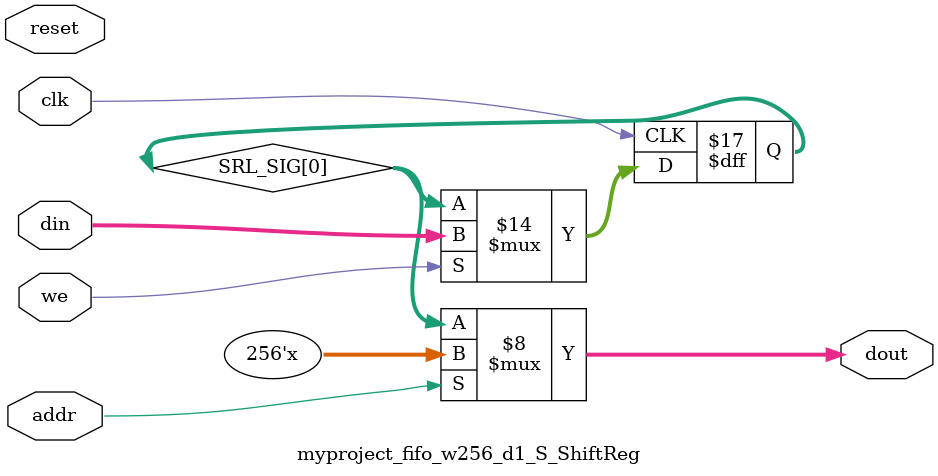
<source format=v>

`timescale 1 ns / 1 ps


module myproject_fifo_w256_d1_S
#(parameter
    MEM_STYLE   = "shiftReg",
    DATA_WIDTH  = 256,
    ADDR_WIDTH  = 1,
    DEPTH       = 1)
(
    // system signal
    input  wire                  clk,
    input  wire                  reset,

    // write
    output wire                  if_full_n,
    input  wire                  if_write_ce,
    input  wire                  if_write,
    input  wire [DATA_WIDTH-1:0] if_din,
    
    // read 
    output wire [ADDR_WIDTH:0]   if_num_data_valid, // for FRP
    output wire [ADDR_WIDTH:0]   if_fifo_cap,       // for FRP
    output wire                  if_empty_n,
    input  wire                  if_read_ce,
    input  wire                  if_read,
    output wire [DATA_WIDTH-1:0] if_dout
);
//------------------------Parameter----------------------

//------------------------Local signal-------------------
    wire [ADDR_WIDTH-1:0]     addr;
    wire                      push;
    wire                      pop;
    reg signed [ADDR_WIDTH:0] mOutPtr;
    reg                       empty_n = 1'b0;
    reg                       full_n  = 1'b1;
    // with almost full?  no 
    // has output register?  no 
//------------------------Instantiation------------------
    myproject_fifo_w256_d1_S_ShiftReg 
    #(  .DATA_WIDTH (DATA_WIDTH),
        .ADDR_WIDTH (ADDR_WIDTH),
        .DEPTH      (DEPTH))
    U_myproject_fifo_w256_d1_S_ShiftReg (
        .clk        (clk),
        .reset      (reset),
        .we         (push),
        .addr       (addr),
        .din        (if_din),
        .dout       (if_dout)
    );
//------------------------Task and function--------------

//------------------------Body---------------------------
    // has num_data_valid ? 
    assign if_num_data_valid = mOutPtr + 1'b1; // yes
    assign if_fifo_cap = DEPTH; // yes  

    // has almost full ? 
    assign if_full_n  = full_n; //no 
    assign push       = full_n & if_write_ce & if_write;

    // has output register? 
    assign if_empty_n = empty_n;  // no
    assign pop        = empty_n & if_read_ce & if_read; // no 

    assign addr       = mOutPtr[ADDR_WIDTH] == 1'b0 ? mOutPtr[ADDR_WIDTH-1:0] : {ADDR_WIDTH{1'b0}};

    // mOutPtr
    always @(posedge clk) begin
        if (reset == 1'b1)
            mOutPtr <= {ADDR_WIDTH+1{1'b1}};
        else if (push & ~pop)
            mOutPtr <= mOutPtr + 1'b1;
        else if (~push & pop)
            mOutPtr <= mOutPtr - 1'b1;
    end

    // full_n
    always @(posedge clk) begin
        if (reset == 1'b1)
            full_n <= 1'b1;
        else if (push & ~pop) begin
            if (mOutPtr == DEPTH - 2)
                full_n <= 1'b0;
        end
        else if (~push & pop)
            full_n <= 1'b1;
    end

    // almost_full_n 

    // empty_n
    always @(posedge clk) begin
        if (reset == 1'b1)
            empty_n <= 1'b0;
        else if (push & ~pop)
            empty_n <= 1'b1;
        else if (~push & pop) begin
            if (mOutPtr == 0)
                empty_n <= 1'b0;
        end
    end
 
    // num_data_valid 

    // dout_vld 

endmodule  


module myproject_fifo_w256_d1_S_ShiftReg
#(parameter
    DATA_WIDTH  = 256,
    ADDR_WIDTH  = 1,
    DEPTH       = 1)
(
    input  wire                  clk,
    input  wire                  reset,
    input  wire                  we,
    input  wire [ADDR_WIDTH-1:0] addr,
    input  wire [DATA_WIDTH-1:0] din,
    //output register? 
    output wire [DATA_WIDTH-1:0] dout // no 
);

    reg [DATA_WIDTH-1:0] SRL_SIG [0:DEPTH-1];
    integer i;

    always @ (posedge clk) begin
        if (we) begin
            for (i=0; i<DEPTH-1; i=i+1)
                SRL_SIG[i+1] <= SRL_SIG[i];
            SRL_SIG[0] <= din;
        end
    end

    //read from SRL, output register? 
    assign dout = SRL_SIG[addr];// no 

endmodule

</source>
